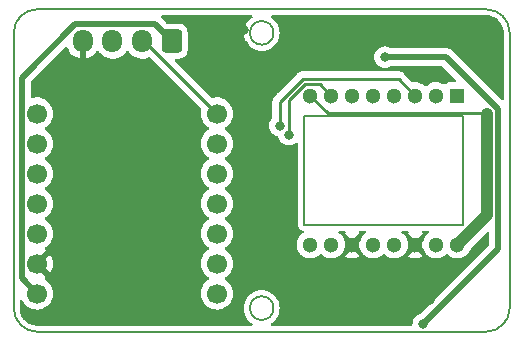
<source format=gbl>
G04 #@! TF.GenerationSoftware,KiCad,Pcbnew,(6.0.2)*
G04 #@! TF.CreationDate,2022-03-23T02:52:59+09:00*
G04 #@! TF.ProjectId,ADNS-9800,41444e53-2d39-4383-9030-2e6b69636164,rev?*
G04 #@! TF.SameCoordinates,Original*
G04 #@! TF.FileFunction,Copper,L2,Bot*
G04 #@! TF.FilePolarity,Positive*
%FSLAX46Y46*%
G04 Gerber Fmt 4.6, Leading zero omitted, Abs format (unit mm)*
G04 Created by KiCad (PCBNEW (6.0.2)) date 2022-03-23 02:52:59*
%MOMM*%
%LPD*%
G01*
G04 APERTURE LIST*
G04 Aperture macros list*
%AMRoundRect*
0 Rectangle with rounded corners*
0 $1 Rounding radius*
0 $2 $3 $4 $5 $6 $7 $8 $9 X,Y pos of 4 corners*
0 Add a 4 corners polygon primitive as box body*
4,1,4,$2,$3,$4,$5,$6,$7,$8,$9,$2,$3,0*
0 Add four circle primitives for the rounded corners*
1,1,$1+$1,$2,$3*
1,1,$1+$1,$4,$5*
1,1,$1+$1,$6,$7*
1,1,$1+$1,$8,$9*
0 Add four rect primitives between the rounded corners*
20,1,$1+$1,$2,$3,$4,$5,0*
20,1,$1+$1,$4,$5,$6,$7,0*
20,1,$1+$1,$6,$7,$8,$9,0*
20,1,$1+$1,$8,$9,$2,$3,0*%
G04 Aperture macros list end*
G04 #@! TA.AperFunction,Profile*
%ADD10C,0.200000*%
G04 #@! TD*
G04 #@! TA.AperFunction,Profile*
%ADD11C,0.127000*%
G04 #@! TD*
G04 #@! TA.AperFunction,ComponentPad*
%ADD12R,1.300000X1.300000*%
G04 #@! TD*
G04 #@! TA.AperFunction,ComponentPad*
%ADD13C,1.300000*%
G04 #@! TD*
G04 #@! TA.AperFunction,ComponentPad*
%ADD14RoundRect,0.250000X0.600000X0.725000X-0.600000X0.725000X-0.600000X-0.725000X0.600000X-0.725000X0*%
G04 #@! TD*
G04 #@! TA.AperFunction,ComponentPad*
%ADD15O,1.700000X1.950000*%
G04 #@! TD*
G04 #@! TA.AperFunction,ComponentPad*
%ADD16C,1.700000*%
G04 #@! TD*
G04 #@! TA.AperFunction,ViaPad*
%ADD17C,0.800000*%
G04 #@! TD*
G04 #@! TA.AperFunction,Conductor*
%ADD18C,0.250000*%
G04 #@! TD*
G04 #@! TA.AperFunction,Conductor*
%ADD19C,1.000000*%
G04 #@! TD*
G04 #@! TA.AperFunction,Conductor*
%ADD20C,0.500000*%
G04 #@! TD*
G04 APERTURE END LIST*
D10*
X183499999Y-68500000D02*
G75*
G03*
X181499999Y-66500000I-1999999J1D01*
G01*
X143500000Y-66500000D02*
X181499999Y-66500000D01*
X181499999Y-93800000D02*
X143500000Y-93800000D01*
X163499998Y-91800000D02*
G75*
G03*
X163499998Y-91800000I-999999J0D01*
G01*
X143500000Y-66500000D02*
G75*
G03*
X141500000Y-68500000I-1J-1999999D01*
G01*
X141500000Y-91800000D02*
X141500000Y-68500000D01*
X183499999Y-68500000D02*
X183499999Y-91800000D01*
X181499999Y-93800000D02*
G75*
G03*
X183499999Y-91800000I1J1999999D01*
G01*
X163499999Y-68500000D02*
G75*
G03*
X163499999Y-68500000I-999999J0D01*
G01*
X141500000Y-91800000D02*
G75*
G03*
X143500000Y-93800000I1999999J-1D01*
G01*
D11*
G04 #@! TO.C,U$1*
X179577500Y-75525000D02*
X166117500Y-75525000D01*
X166077500Y-84725000D02*
X179577500Y-84725000D01*
X179577500Y-84725000D02*
X179577500Y-75525000D01*
X166117500Y-75525000D02*
X166077500Y-84725000D01*
G04 #@! TD*
D12*
G04 #@! TO.P,U$1,P$1,1*
G04 #@! TO.N,Net-(C3-Pad2)*
X179077500Y-73825000D03*
D13*
G04 #@! TO.P,U$1,P$2,2*
G04 #@! TO.N,/LSR_NEN*
X177297500Y-73825000D03*
G04 #@! TO.P,U$1,P$3,3*
G04 #@! TO.N,/SS*
X175517500Y-73825000D03*
G04 #@! TO.P,U$1,P$4,4*
G04 #@! TO.N,/MISO*
X173737500Y-73825000D03*
G04 #@! TO.P,U$1,P$5,5*
G04 #@! TO.N,/SCLK*
X171957500Y-73825000D03*
G04 #@! TO.P,U$1,P$6,6*
G04 #@! TO.N,/MOSI*
X170177500Y-73825000D03*
G04 #@! TO.P,U$1,P$7,7*
G04 #@! TO.N,/MOTION*
X168397500Y-73825000D03*
G04 #@! TO.P,U$1,P$8,8*
G04 #@! TO.N,Net-(C3-Pad1)*
X166617500Y-73825000D03*
G04 #@! TO.P,U$1,P$9,9*
G04 #@! TO.N,+3V3*
X166617500Y-86425000D03*
G04 #@! TO.P,U$1,P$10,10*
X168397500Y-86425000D03*
G04 #@! TO.P,U$1,P$11,11*
G04 #@! TO.N,GND*
X170177500Y-86425000D03*
G04 #@! TO.P,U$1,P$12,12*
G04 #@! TO.N,+3V3*
X171957500Y-86425000D03*
G04 #@! TO.P,U$1,P$13,13*
G04 #@! TO.N,/REFA*
X173737500Y-86425000D03*
G04 #@! TO.P,U$1,P$14,14*
G04 #@! TO.N,GND*
X175517500Y-86425000D03*
G04 #@! TO.P,U$1,P$15,15*
G04 #@! TO.N,+3V3*
X177297500Y-86425000D03*
G04 #@! TO.P,U$1,P$16,16*
G04 #@! TO.N,Net-(C3-Pad1)*
X179077500Y-86425000D03*
G04 #@! TD*
D14*
G04 #@! TO.P,J1,1,Pin_1*
G04 #@! TO.N,+5V*
X154865000Y-69194000D03*
D15*
G04 #@! TO.P,J1,2,Pin_2*
G04 #@! TO.N,TX*
X152365000Y-69194000D03*
G04 #@! TO.P,J1,3,Pin_3*
G04 #@! TO.N,RX*
X149865000Y-69194000D03*
G04 #@! TO.P,J1,4,Pin_4*
G04 #@! TO.N,GND*
X147365000Y-69194000D03*
G04 #@! TD*
D16*
G04 #@! TO.P,U1,1,PA02_A0_D0*
G04 #@! TO.N,/MOTION*
X158711500Y-90567000D03*
G04 #@! TO.P,U1,2,PA4_A1_D1*
G04 #@! TO.N,unconnected-(U1-Pad2)*
X158711500Y-88027000D03*
G04 #@! TO.P,U1,3,PA10_A2_D2*
G04 #@! TO.N,unconnected-(U1-Pad3)*
X158711500Y-85487000D03*
G04 #@! TO.P,U1,4,PA11_A3_D3*
G04 #@! TO.N,/SS*
X158711500Y-82947000D03*
G04 #@! TO.P,U1,5,PA8_A4_D4_SDA*
G04 #@! TO.N,unconnected-(U1-Pad5)*
X158711500Y-80407000D03*
G04 #@! TO.P,U1,6,PA9_A5_D5_SCL*
G04 #@! TO.N,unconnected-(U1-Pad6)*
X158711500Y-77867000D03*
G04 #@! TO.P,U1,7,PB08_A6_D6_TX*
G04 #@! TO.N,TX*
X158711500Y-75327000D03*
G04 #@! TO.P,U1,8,PB09_A7_D7_RX*
G04 #@! TO.N,RX*
X143471500Y-75327000D03*
G04 #@! TO.P,U1,9,PA7_A8_D8_SCK*
G04 #@! TO.N,/SCLK*
X143471500Y-77867000D03*
G04 #@! TO.P,U1,10,PA5_A9_D9_MISO*
G04 #@! TO.N,/MISO*
X143471500Y-80407000D03*
G04 #@! TO.P,U1,11,PA6_A10_D10_MOSI*
G04 #@! TO.N,/MOSI*
X143471500Y-82947000D03*
G04 #@! TO.P,U1,12,3V3*
G04 #@! TO.N,+3V3*
X143471500Y-85487000D03*
G04 #@! TO.P,U1,13,GND*
G04 #@! TO.N,GND*
X143471500Y-88027000D03*
G04 #@! TO.P,U1,14,5V*
G04 #@! TO.N,+5V*
X143471500Y-90567000D03*
G04 #@! TD*
D17*
G04 #@! TO.N,/SS*
X164045499Y-76343000D03*
G04 #@! TO.N,/MOTION*
X164807499Y-77105000D03*
G04 #@! TO.N,GND*
X158457499Y-70755000D03*
X168617499Y-68215000D03*
X172173500Y-91075000D03*
X172935500Y-68977000D03*
X171157499Y-70755000D03*
X168617499Y-69485000D03*
X175240500Y-91075000D03*
X158457499Y-68215000D03*
X166077499Y-70755000D03*
X166077499Y-68215000D03*
X163537499Y-70755000D03*
X171157499Y-69485000D03*
X170668500Y-88535000D03*
X175240500Y-88535000D03*
X175602499Y-68977000D03*
X166077499Y-69485000D03*
X169125499Y-88535000D03*
X160997499Y-69485000D03*
X172173499Y-88535000D03*
X170668500Y-91075000D03*
X176694700Y-88535000D03*
X158457499Y-69485000D03*
X169125500Y-91075000D03*
X168617499Y-70755000D03*
X160997499Y-68215000D03*
X171157499Y-68215000D03*
X176745499Y-91075000D03*
X160997499Y-70755000D03*
G04 #@! TO.N,Net-(C3-Pad1)*
X181571000Y-75377800D03*
G04 #@! TO.N,+3V3*
X176176000Y-93168700D03*
X172935000Y-70551800D03*
G04 #@! TD*
D18*
G04 #@! TO.N,/SS*
X164299499Y-74058079D02*
X164298420Y-74058079D01*
X164298420Y-74058079D02*
X164045499Y-74311000D01*
X164045499Y-74311000D02*
X164045499Y-76343000D01*
X165964600Y-72392400D02*
X165964600Y-72392978D01*
X165964600Y-72392978D02*
X164299499Y-74058079D01*
X174084900Y-72392400D02*
X165964600Y-72392400D01*
X175517500Y-73825000D02*
X174084900Y-72392400D01*
G04 #@! TO.N,/MOTION*
X167415300Y-72842800D02*
X168397500Y-73825000D01*
X166151100Y-72842800D02*
X167415300Y-72842800D01*
X164799700Y-74194200D02*
X166151100Y-72842800D01*
X164799700Y-74194200D02*
X164799700Y-77097201D01*
X164799700Y-77097201D02*
X164807499Y-77105000D01*
G04 #@! TO.N,Net-(C3-Pad1)*
X168093000Y-75300500D02*
X181494000Y-75300500D01*
X179077500Y-86425000D02*
X179077300Y-86424800D01*
X181494000Y-75300500D02*
X181571000Y-75377800D01*
D19*
X181571000Y-83931000D02*
X181571000Y-75377800D01*
D18*
X179077300Y-86424800D02*
X179077300Y-86424700D01*
X166617300Y-73825200D02*
X168093000Y-75300500D01*
X166617500Y-73825000D02*
X166617300Y-73825200D01*
X166617000Y-73825000D02*
X166617300Y-73825200D01*
D19*
X179077300Y-86424700D02*
X181571000Y-83931000D01*
X179077000Y-86425000D02*
X179077300Y-86424700D01*
D18*
G04 #@! TO.N,TX*
X152365000Y-69194000D02*
X152578500Y-69194000D01*
X152578500Y-69194000D02*
X158711500Y-75327000D01*
D20*
G04 #@! TO.N,+5V*
X142171989Y-72308510D02*
X142171989Y-89267489D01*
X142171989Y-89267489D02*
X143471500Y-90567000D01*
X146711019Y-67769480D02*
X142171989Y-72308510D01*
X153440480Y-67769480D02*
X146711019Y-67769480D01*
X154865000Y-69194000D02*
X153440480Y-67769480D01*
G04 #@! TO.N,+3V3*
X182521000Y-86823500D02*
X176176000Y-93168700D01*
X182521000Y-74984500D02*
X182521000Y-86823500D01*
X178088000Y-70551800D02*
X182521000Y-74984500D01*
X172935000Y-70551800D02*
X178088000Y-70551800D01*
G04 #@! TD*
G04 #@! TA.AperFunction,Conductor*
G04 #@! TO.N,GND*
G36*
X161669952Y-67028002D02*
G01*
X161716445Y-67081658D01*
X161726549Y-67151932D01*
X161697055Y-67216512D01*
X161667666Y-67241432D01*
X161663600Y-67243924D01*
X161610880Y-67276231D01*
X161430386Y-67430386D01*
X161276231Y-67610880D01*
X161152208Y-67813266D01*
X161150315Y-67817836D01*
X161150314Y-67817838D01*
X161079218Y-67989479D01*
X161061373Y-68032562D01*
X161052094Y-68071212D01*
X161007116Y-68258555D01*
X161007115Y-68258561D01*
X161005961Y-68263368D01*
X160987811Y-68493989D01*
X160987338Y-68500000D01*
X161005961Y-68736632D01*
X161007115Y-68741439D01*
X161007116Y-68741445D01*
X161037205Y-68866773D01*
X161061373Y-68967438D01*
X161063266Y-68972009D01*
X161063267Y-68972011D01*
X161102199Y-69066000D01*
X161152208Y-69186734D01*
X161276231Y-69389120D01*
X161430386Y-69569614D01*
X161610880Y-69723769D01*
X161615102Y-69726356D01*
X161615103Y-69726357D01*
X161697051Y-69776575D01*
X161813266Y-69847792D01*
X161817836Y-69849685D01*
X161817838Y-69849686D01*
X161990506Y-69921207D01*
X162032562Y-69938627D01*
X162113661Y-69958097D01*
X162258555Y-69992884D01*
X162258561Y-69992885D01*
X162263368Y-69994039D01*
X162500000Y-70012662D01*
X162736632Y-69994039D01*
X162741439Y-69992885D01*
X162741445Y-69992884D01*
X162886339Y-69958097D01*
X162967438Y-69938627D01*
X163009494Y-69921207D01*
X163182162Y-69849686D01*
X163182164Y-69849685D01*
X163186734Y-69847792D01*
X163302949Y-69776575D01*
X163384897Y-69726357D01*
X163384898Y-69726356D01*
X163389120Y-69723769D01*
X163569614Y-69569614D01*
X163723769Y-69389120D01*
X163847792Y-69186734D01*
X163897802Y-69066000D01*
X163936733Y-68972011D01*
X163936734Y-68972009D01*
X163938627Y-68967438D01*
X163962795Y-68866773D01*
X163992884Y-68741445D01*
X163992885Y-68741439D01*
X163994039Y-68736632D01*
X164012662Y-68500000D01*
X163994039Y-68263368D01*
X163992885Y-68258561D01*
X163992884Y-68258555D01*
X163947906Y-68071212D01*
X163938627Y-68032562D01*
X163920782Y-67989479D01*
X163849686Y-67817838D01*
X163849685Y-67817836D01*
X163847792Y-67813266D01*
X163723769Y-67610880D01*
X163569614Y-67430386D01*
X163389120Y-67276231D01*
X163336400Y-67243924D01*
X163332334Y-67241432D01*
X163284702Y-67188784D01*
X163273096Y-67118743D01*
X163301200Y-67053545D01*
X163360090Y-67013892D01*
X163398169Y-67008000D01*
X181450671Y-67008000D01*
X181470055Y-67009500D01*
X181472283Y-67009847D01*
X181484858Y-67011805D01*
X181484860Y-67011805D01*
X181493729Y-67013186D01*
X181502631Y-67012022D01*
X181502633Y-67012022D01*
X181508958Y-67011195D01*
X181534281Y-67010452D01*
X181698125Y-67022170D01*
X181703342Y-67022543D01*
X181721136Y-67025101D01*
X181911539Y-67066521D01*
X181928787Y-67071586D01*
X182111357Y-67139682D01*
X182127709Y-67147149D01*
X182170796Y-67170676D01*
X182298733Y-67240534D01*
X182313847Y-67250248D01*
X182354352Y-67280569D01*
X182469841Y-67367023D01*
X182483427Y-67378796D01*
X182621203Y-67516572D01*
X182632976Y-67530158D01*
X182749751Y-67686152D01*
X182759465Y-67701266D01*
X182799498Y-67774581D01*
X182852850Y-67872290D01*
X182860317Y-67888642D01*
X182928413Y-68071212D01*
X182933478Y-68088460D01*
X182945790Y-68145054D01*
X182974898Y-68278863D01*
X182977456Y-68296658D01*
X182989040Y-68458629D01*
X182988296Y-68476533D01*
X182988194Y-68484858D01*
X182986813Y-68493730D01*
X182987977Y-68502632D01*
X182987977Y-68502635D01*
X182990935Y-68525251D01*
X182991999Y-68541589D01*
X182991999Y-74078647D01*
X182971997Y-74146768D01*
X182918341Y-74193261D01*
X182848067Y-74203365D01*
X182783487Y-74173871D01*
X182776907Y-74167745D01*
X182749849Y-74140688D01*
X180602917Y-71993902D01*
X178671763Y-70062879D01*
X178659375Y-70048466D01*
X178650845Y-70036875D01*
X178650844Y-70036874D01*
X178646508Y-70030982D01*
X178606209Y-69996746D01*
X178598693Y-69989815D01*
X178593001Y-69984123D01*
X178570694Y-69966475D01*
X178567352Y-69963734D01*
X178517296Y-69921207D01*
X178517288Y-69921202D01*
X178511715Y-69916467D01*
X178505199Y-69913140D01*
X178500153Y-69909775D01*
X178495003Y-69906594D01*
X178489262Y-69902052D01*
X178482633Y-69898954D01*
X178482628Y-69898951D01*
X178423117Y-69871141D01*
X178419191Y-69869222D01*
X178354192Y-69836031D01*
X178347078Y-69834290D01*
X178341418Y-69832185D01*
X178335655Y-69830268D01*
X178329025Y-69827170D01*
X178321859Y-69825680D01*
X178321857Y-69825679D01*
X178257597Y-69812315D01*
X178253304Y-69811344D01*
X178240244Y-69808148D01*
X178182390Y-69793992D01*
X178176788Y-69793644D01*
X178176785Y-69793644D01*
X178171236Y-69793300D01*
X178171238Y-69793264D01*
X178167255Y-69793025D01*
X178163026Y-69792648D01*
X178155859Y-69791157D01*
X178148546Y-69791355D01*
X178148544Y-69791355D01*
X178078456Y-69793254D01*
X178075044Y-69793300D01*
X173477587Y-69793300D01*
X173403528Y-69769237D01*
X173397098Y-69764565D01*
X173397091Y-69764561D01*
X173391752Y-69760682D01*
X173385724Y-69757998D01*
X173385722Y-69757997D01*
X173223319Y-69685691D01*
X173223318Y-69685691D01*
X173217288Y-69683006D01*
X173117899Y-69661880D01*
X173036944Y-69644672D01*
X173036939Y-69644672D01*
X173030487Y-69643300D01*
X172839513Y-69643300D01*
X172833061Y-69644672D01*
X172833056Y-69644672D01*
X172752101Y-69661880D01*
X172652712Y-69683006D01*
X172646682Y-69685691D01*
X172646681Y-69685691D01*
X172484278Y-69757997D01*
X172484276Y-69757998D01*
X172478248Y-69760682D01*
X172472907Y-69764562D01*
X172472906Y-69764563D01*
X172466473Y-69769237D01*
X172323747Y-69872934D01*
X172319326Y-69877844D01*
X172319325Y-69877845D01*
X172215744Y-69992884D01*
X172195960Y-70014856D01*
X172100473Y-70180244D01*
X172041458Y-70361872D01*
X172040768Y-70368433D01*
X172040768Y-70368435D01*
X172035283Y-70420623D01*
X172021496Y-70551800D01*
X172022186Y-70558365D01*
X172035065Y-70680898D01*
X172041458Y-70741728D01*
X172100473Y-70923356D01*
X172195960Y-71088744D01*
X172323747Y-71230666D01*
X172422843Y-71302664D01*
X172472904Y-71339035D01*
X172478248Y-71342918D01*
X172484276Y-71345602D01*
X172484278Y-71345603D01*
X172606048Y-71399818D01*
X172652712Y-71420594D01*
X172746113Y-71440447D01*
X172833056Y-71458928D01*
X172833061Y-71458928D01*
X172839513Y-71460300D01*
X173030487Y-71460300D01*
X173036939Y-71458928D01*
X173036944Y-71458928D01*
X173123887Y-71440447D01*
X173217288Y-71420594D01*
X173263952Y-71399818D01*
X173385722Y-71345603D01*
X173385724Y-71345602D01*
X173391752Y-71342918D01*
X173397091Y-71339039D01*
X173397098Y-71339035D01*
X173403528Y-71334363D01*
X173477587Y-71310300D01*
X177721647Y-71310300D01*
X177789768Y-71330302D01*
X177810736Y-71347200D01*
X178318772Y-71855201D01*
X178915013Y-72451402D01*
X178949041Y-72513713D01*
X178943978Y-72584529D01*
X178901433Y-72641366D01*
X178834914Y-72666179D01*
X178825921Y-72666500D01*
X178379366Y-72666500D01*
X178317184Y-72673255D01*
X178180795Y-72724385D01*
X178064239Y-72811739D01*
X178058858Y-72818919D01*
X178058591Y-72819186D01*
X177996279Y-72853212D01*
X177925464Y-72848147D01*
X177902260Y-72836652D01*
X177830589Y-72791430D01*
X177830580Y-72791425D01*
X177825701Y-72788347D01*
X177627941Y-72709449D01*
X177622281Y-72708323D01*
X177622277Y-72708322D01*
X177424782Y-72669038D01*
X177424780Y-72669038D01*
X177419115Y-72667911D01*
X177413340Y-72667835D01*
X177413336Y-72667835D01*
X177306661Y-72666439D01*
X177206216Y-72665124D01*
X177200519Y-72666103D01*
X177200518Y-72666103D01*
X177002064Y-72700203D01*
X177002061Y-72700204D01*
X176996374Y-72701181D01*
X176796616Y-72774875D01*
X176613634Y-72883739D01*
X176489776Y-72992360D01*
X176425375Y-73022235D01*
X176355042Y-73012549D01*
X176321176Y-72990154D01*
X176225771Y-72901963D01*
X176045701Y-72788347D01*
X175847941Y-72709449D01*
X175842281Y-72708323D01*
X175842277Y-72708322D01*
X175644782Y-72669038D01*
X175644780Y-72669038D01*
X175639115Y-72667911D01*
X175633340Y-72667835D01*
X175633336Y-72667835D01*
X175526661Y-72666439D01*
X175426216Y-72665124D01*
X175420519Y-72666103D01*
X175420518Y-72666103D01*
X175343150Y-72679397D01*
X175272625Y-72671220D01*
X175232717Y-72644312D01*
X174588552Y-72000147D01*
X174581012Y-71991861D01*
X174576900Y-71985382D01*
X174527248Y-71938756D01*
X174524407Y-71936002D01*
X174504670Y-71916265D01*
X174501473Y-71913785D01*
X174492451Y-71906080D01*
X174460221Y-71875814D01*
X174453275Y-71871995D01*
X174453272Y-71871993D01*
X174442466Y-71866052D01*
X174425947Y-71855201D01*
X174425483Y-71854841D01*
X174409941Y-71842786D01*
X174402672Y-71839641D01*
X174402668Y-71839638D01*
X174369363Y-71825226D01*
X174358713Y-71820009D01*
X174319960Y-71798705D01*
X174300337Y-71793667D01*
X174281634Y-71787263D01*
X174270320Y-71782367D01*
X174270319Y-71782367D01*
X174263045Y-71779219D01*
X174255222Y-71777980D01*
X174255212Y-71777977D01*
X174219376Y-71772301D01*
X174207756Y-71769895D01*
X174172611Y-71760872D01*
X174172610Y-71760872D01*
X174164930Y-71758900D01*
X174144676Y-71758900D01*
X174124965Y-71757349D01*
X174124511Y-71757277D01*
X174104957Y-71754180D01*
X174060950Y-71758340D01*
X174060939Y-71758341D01*
X174049081Y-71758900D01*
X166037250Y-71758900D01*
X166030533Y-71758583D01*
X166024691Y-71757277D01*
X166018677Y-71757466D01*
X166012809Y-71756631D01*
X166012481Y-71756610D01*
X166004694Y-71755125D01*
X165953592Y-71758340D01*
X165948649Y-71758651D01*
X165940738Y-71758900D01*
X165924744Y-71758900D01*
X165920821Y-71759396D01*
X165920815Y-71759396D01*
X165914642Y-71760176D01*
X165902815Y-71761107D01*
X165876734Y-71761927D01*
X165864710Y-71762305D01*
X165858960Y-71763976D01*
X165853217Y-71764610D01*
X165852863Y-71764677D01*
X165844950Y-71765175D01*
X165837411Y-71767624D01*
X165837408Y-71767625D01*
X165837113Y-71767721D01*
X165813969Y-71772894D01*
X165813665Y-71772932D01*
X165813660Y-71772933D01*
X165805803Y-71773926D01*
X165798438Y-71776842D01*
X165798434Y-71776843D01*
X165759207Y-71792374D01*
X165747980Y-71796218D01*
X165711006Y-71806960D01*
X165705779Y-71810051D01*
X165700821Y-71811925D01*
X165700269Y-71812185D01*
X165692725Y-71814636D01*
X165686029Y-71818886D01*
X165686028Y-71818886D01*
X165685769Y-71819050D01*
X165664642Y-71829815D01*
X165664356Y-71829928D01*
X165664350Y-71829931D01*
X165656983Y-71832848D01*
X165626217Y-71855201D01*
X165616944Y-71861938D01*
X165607022Y-71868455D01*
X165601040Y-71871993D01*
X165573237Y-71888436D01*
X165568817Y-71892856D01*
X165565108Y-71895463D01*
X165564273Y-71896153D01*
X165557582Y-71900400D01*
X165552156Y-71906178D01*
X165551941Y-71906407D01*
X165534154Y-71922088D01*
X165533909Y-71922266D01*
X165533907Y-71922268D01*
X165527493Y-71926928D01*
X165496544Y-71964339D01*
X165488554Y-71973119D01*
X163911868Y-73549805D01*
X163908813Y-73552498D01*
X163907057Y-73553537D01*
X163892733Y-73567861D01*
X163877701Y-73580700D01*
X163861313Y-73592607D01*
X163833132Y-73626672D01*
X163825142Y-73635452D01*
X163653246Y-73807348D01*
X163644960Y-73814888D01*
X163638481Y-73819000D01*
X163633056Y-73824777D01*
X163591856Y-73868651D01*
X163589101Y-73871493D01*
X163569364Y-73891230D01*
X163566884Y-73894427D01*
X163559181Y-73903447D01*
X163528913Y-73935679D01*
X163525094Y-73942625D01*
X163525092Y-73942628D01*
X163519151Y-73953434D01*
X163508300Y-73969953D01*
X163495885Y-73985959D01*
X163492740Y-73993228D01*
X163492737Y-73993232D01*
X163478325Y-74026537D01*
X163473108Y-74037187D01*
X163451804Y-74075940D01*
X163449833Y-74083615D01*
X163449833Y-74083616D01*
X163446766Y-74095562D01*
X163440362Y-74114266D01*
X163432318Y-74132855D01*
X163431079Y-74140678D01*
X163431076Y-74140688D01*
X163425400Y-74176524D01*
X163422994Y-74188144D01*
X163419086Y-74203365D01*
X163411999Y-74230970D01*
X163411999Y-74251224D01*
X163410448Y-74270934D01*
X163407279Y-74290943D01*
X163408025Y-74298835D01*
X163411440Y-74334961D01*
X163411999Y-74346819D01*
X163411999Y-75640476D01*
X163391997Y-75708597D01*
X163379641Y-75724779D01*
X163306459Y-75806056D01*
X163248185Y-75906990D01*
X163225651Y-75946020D01*
X163210972Y-75971444D01*
X163151957Y-76153072D01*
X163131995Y-76343000D01*
X163132685Y-76349565D01*
X163150863Y-76522516D01*
X163151957Y-76532928D01*
X163210972Y-76714556D01*
X163306459Y-76879944D01*
X163434246Y-77021866D01*
X163588747Y-77134118D01*
X163594775Y-77136802D01*
X163594777Y-77136803D01*
X163712915Y-77189401D01*
X163763211Y-77211794D01*
X163824970Y-77224921D01*
X163887442Y-77258649D01*
X163918604Y-77309231D01*
X163972972Y-77476556D01*
X164068459Y-77641944D01*
X164196246Y-77783866D01*
X164350747Y-77896118D01*
X164356775Y-77898802D01*
X164356777Y-77898803D01*
X164442363Y-77936908D01*
X164525211Y-77973794D01*
X164618612Y-77993647D01*
X164705555Y-78012128D01*
X164705560Y-78012128D01*
X164712012Y-78013500D01*
X164902986Y-78013500D01*
X164909438Y-78012128D01*
X164909443Y-78012128D01*
X164996386Y-77993647D01*
X165089787Y-77973794D01*
X165172635Y-77936908D01*
X165258221Y-77898803D01*
X165258223Y-77898802D01*
X165264251Y-77896118D01*
X165399108Y-77798138D01*
X165465973Y-77774281D01*
X165535125Y-77790361D01*
X165584605Y-77841274D01*
X165599166Y-77900623D01*
X165575023Y-83453453D01*
X165569607Y-84699198D01*
X165569024Y-84794652D01*
X165576759Y-84821715D01*
X165580413Y-84839017D01*
X165584283Y-84866902D01*
X165587961Y-84875086D01*
X165587963Y-84875092D01*
X165595363Y-84891555D01*
X165601584Y-84908576D01*
X165609012Y-84934565D01*
X165624029Y-84958365D01*
X165632393Y-84973948D01*
X165640254Y-84991438D01*
X165643935Y-84999628D01*
X165649763Y-85006451D01*
X165649764Y-85006453D01*
X165661487Y-85020178D01*
X165672239Y-85034775D01*
X165686660Y-85057631D01*
X165693389Y-85063574D01*
X165707760Y-85076266D01*
X165720160Y-85088873D01*
X165738441Y-85110276D01*
X165745951Y-85115190D01*
X165745954Y-85115193D01*
X165761055Y-85125075D01*
X165775466Y-85136062D01*
X165795728Y-85153956D01*
X165821203Y-85165916D01*
X165836645Y-85174538D01*
X165852685Y-85185035D01*
X165852694Y-85185039D01*
X165860203Y-85189953D01*
X165868794Y-85192563D01*
X165868796Y-85192564D01*
X165886061Y-85197809D01*
X165902983Y-85204312D01*
X165927448Y-85215799D01*
X165936318Y-85217180D01*
X165936321Y-85217181D01*
X165943491Y-85218298D01*
X166007723Y-85248543D01*
X166045406Y-85308714D01*
X166044576Y-85379706D01*
X166005497Y-85438979D01*
X165988525Y-85451082D01*
X165938603Y-85480782D01*
X165938597Y-85480786D01*
X165933634Y-85483739D01*
X165773554Y-85624125D01*
X165641738Y-85791333D01*
X165639049Y-85796444D01*
X165639047Y-85796447D01*
X165590039Y-85889596D01*
X165542600Y-85979762D01*
X165540886Y-85985283D01*
X165540884Y-85985287D01*
X165504763Y-86101616D01*
X165479461Y-86183102D01*
X165454436Y-86394544D01*
X165468361Y-86607006D01*
X165469782Y-86612602D01*
X165469783Y-86612607D01*
X165506953Y-86758961D01*
X165520772Y-86813372D01*
X165523189Y-86818615D01*
X165561420Y-86901544D01*
X165609911Y-87006731D01*
X165732796Y-87180609D01*
X165736930Y-87184636D01*
X165823527Y-87268995D01*
X165885309Y-87329181D01*
X165890105Y-87332386D01*
X165890108Y-87332388D01*
X165977825Y-87390998D01*
X166062343Y-87447471D01*
X166067646Y-87449749D01*
X166067649Y-87449751D01*
X166160708Y-87489732D01*
X166257970Y-87531519D01*
X166333816Y-87548681D01*
X166460001Y-87577234D01*
X166460006Y-87577235D01*
X166465638Y-87578509D01*
X166471409Y-87578736D01*
X166471411Y-87578736D01*
X166532752Y-87581146D01*
X166678391Y-87586869D01*
X166684100Y-87586041D01*
X166684104Y-87586041D01*
X166883390Y-87557145D01*
X166883394Y-87557144D01*
X166889105Y-87556316D01*
X167090723Y-87487876D01*
X167276493Y-87383840D01*
X167429282Y-87256768D01*
X167494446Y-87228588D01*
X167564501Y-87240112D01*
X167597771Y-87263389D01*
X167665309Y-87329181D01*
X167670105Y-87332386D01*
X167670108Y-87332388D01*
X167757825Y-87390998D01*
X167842343Y-87447471D01*
X167847646Y-87449749D01*
X167847649Y-87449751D01*
X167940708Y-87489732D01*
X168037970Y-87531519D01*
X168113816Y-87548681D01*
X168240001Y-87577234D01*
X168240006Y-87577235D01*
X168245638Y-87578509D01*
X168251409Y-87578736D01*
X168251411Y-87578736D01*
X168312752Y-87581146D01*
X168458391Y-87586869D01*
X168464100Y-87586041D01*
X168464104Y-87586041D01*
X168663390Y-87557145D01*
X168663394Y-87557144D01*
X168669105Y-87556316D01*
X168870723Y-87487876D01*
X169023452Y-87402344D01*
X169564516Y-87402344D01*
X169574398Y-87414834D01*
X169617779Y-87443820D01*
X169627889Y-87449310D01*
X169812818Y-87528762D01*
X169823761Y-87532317D01*
X170020067Y-87576737D01*
X170031475Y-87578239D01*
X170232596Y-87586140D01*
X170244080Y-87585538D01*
X170443274Y-87556657D01*
X170454457Y-87553972D01*
X170645047Y-87489276D01*
X170655560Y-87484595D01*
X170782266Y-87413635D01*
X170792131Y-87403557D01*
X170789175Y-87395885D01*
X170190312Y-86797022D01*
X170176368Y-86789408D01*
X170174535Y-86789539D01*
X170167920Y-86793790D01*
X169570712Y-87390998D01*
X169564516Y-87402344D01*
X169023452Y-87402344D01*
X169056493Y-87383840D01*
X169220193Y-87247693D01*
X169356340Y-87083993D01*
X169460376Y-86898223D01*
X169504616Y-86767897D01*
X169510190Y-86751476D01*
X169540408Y-86702882D01*
X169805478Y-86437812D01*
X169813092Y-86423868D01*
X169812961Y-86422035D01*
X169808710Y-86415420D01*
X169539282Y-86145992D01*
X169507108Y-86091099D01*
X169485254Y-86013611D01*
X169485253Y-86013609D01*
X169483686Y-86008052D01*
X169474198Y-85988811D01*
X169392070Y-85822273D01*
X169389515Y-85817092D01*
X169361835Y-85780023D01*
X169265574Y-85651114D01*
X169262122Y-85646491D01*
X169105771Y-85501963D01*
X169048079Y-85465562D01*
X169001141Y-85412295D01*
X168990452Y-85342108D01*
X169019407Y-85277284D01*
X169078811Y-85238404D01*
X169115315Y-85233000D01*
X169473759Y-85233000D01*
X169541880Y-85253002D01*
X169588373Y-85306658D01*
X169598477Y-85376932D01*
X169566080Y-85444749D01*
X169563807Y-85447196D01*
X169567293Y-85455583D01*
X170164688Y-86052978D01*
X170178632Y-86060592D01*
X170180465Y-86060461D01*
X170187080Y-86056210D01*
X170784033Y-85459257D01*
X170790793Y-85446878D01*
X170781534Y-85434510D01*
X170756723Y-85367990D01*
X170771814Y-85298615D01*
X170822016Y-85248413D01*
X170882402Y-85233000D01*
X171236867Y-85233000D01*
X171304988Y-85253002D01*
X171351481Y-85306658D01*
X171361585Y-85376932D01*
X171332091Y-85441512D01*
X171301292Y-85467284D01*
X171273634Y-85483739D01*
X171113554Y-85624125D01*
X170981738Y-85791333D01*
X170979049Y-85796444D01*
X170979047Y-85796447D01*
X170930039Y-85889596D01*
X170882600Y-85979762D01*
X170873816Y-86008052D01*
X170847088Y-86094129D01*
X170815851Y-86145859D01*
X170549522Y-86412188D01*
X170541908Y-86426132D01*
X170542039Y-86427965D01*
X170546290Y-86434580D01*
X170814379Y-86702669D01*
X170847407Y-86760748D01*
X170860772Y-86813372D01*
X170863189Y-86818615D01*
X170901420Y-86901544D01*
X170949911Y-87006731D01*
X171072796Y-87180609D01*
X171076930Y-87184636D01*
X171163527Y-87268995D01*
X171225309Y-87329181D01*
X171230105Y-87332386D01*
X171230108Y-87332388D01*
X171317825Y-87390998D01*
X171402343Y-87447471D01*
X171407646Y-87449749D01*
X171407649Y-87449751D01*
X171500708Y-87489732D01*
X171597970Y-87531519D01*
X171673816Y-87548681D01*
X171800001Y-87577234D01*
X171800006Y-87577235D01*
X171805638Y-87578509D01*
X171811409Y-87578736D01*
X171811411Y-87578736D01*
X171872752Y-87581146D01*
X172018391Y-87586869D01*
X172024100Y-87586041D01*
X172024104Y-87586041D01*
X172223390Y-87557145D01*
X172223394Y-87557144D01*
X172229105Y-87556316D01*
X172430723Y-87487876D01*
X172616493Y-87383840D01*
X172769282Y-87256768D01*
X172834446Y-87228588D01*
X172904501Y-87240112D01*
X172937771Y-87263389D01*
X173005309Y-87329181D01*
X173010105Y-87332386D01*
X173010108Y-87332388D01*
X173097825Y-87390998D01*
X173182343Y-87447471D01*
X173187646Y-87449749D01*
X173187649Y-87449751D01*
X173280708Y-87489732D01*
X173377970Y-87531519D01*
X173453816Y-87548681D01*
X173580001Y-87577234D01*
X173580006Y-87577235D01*
X173585638Y-87578509D01*
X173591409Y-87578736D01*
X173591411Y-87578736D01*
X173652752Y-87581146D01*
X173798391Y-87586869D01*
X173804100Y-87586041D01*
X173804104Y-87586041D01*
X174003390Y-87557145D01*
X174003394Y-87557144D01*
X174009105Y-87556316D01*
X174210723Y-87487876D01*
X174363452Y-87402344D01*
X174904516Y-87402344D01*
X174914398Y-87414834D01*
X174957779Y-87443820D01*
X174967889Y-87449310D01*
X175152818Y-87528762D01*
X175163761Y-87532317D01*
X175360067Y-87576737D01*
X175371475Y-87578239D01*
X175572596Y-87586140D01*
X175584080Y-87585538D01*
X175783274Y-87556657D01*
X175794457Y-87553972D01*
X175985047Y-87489276D01*
X175995560Y-87484595D01*
X176122266Y-87413635D01*
X176132131Y-87403557D01*
X176129175Y-87395885D01*
X175530312Y-86797022D01*
X175516368Y-86789408D01*
X175514535Y-86789539D01*
X175507920Y-86793790D01*
X174910712Y-87390998D01*
X174904516Y-87402344D01*
X174363452Y-87402344D01*
X174396493Y-87383840D01*
X174560193Y-87247693D01*
X174696340Y-87083993D01*
X174800376Y-86898223D01*
X174844616Y-86767897D01*
X174850190Y-86751476D01*
X174880408Y-86702882D01*
X175145478Y-86437812D01*
X175153092Y-86423868D01*
X175152961Y-86422035D01*
X175148710Y-86415420D01*
X174879282Y-86145992D01*
X174847108Y-86091099D01*
X174825254Y-86013611D01*
X174825253Y-86013609D01*
X174823686Y-86008052D01*
X174814198Y-85988811D01*
X174732070Y-85822273D01*
X174729515Y-85817092D01*
X174701835Y-85780023D01*
X174605574Y-85651114D01*
X174602122Y-85646491D01*
X174445771Y-85501963D01*
X174388079Y-85465562D01*
X174341141Y-85412295D01*
X174330452Y-85342108D01*
X174359407Y-85277284D01*
X174418811Y-85238404D01*
X174455315Y-85233000D01*
X174813759Y-85233000D01*
X174881880Y-85253002D01*
X174928373Y-85306658D01*
X174938477Y-85376932D01*
X174906080Y-85444749D01*
X174903807Y-85447196D01*
X174907293Y-85455583D01*
X175504688Y-86052978D01*
X175518632Y-86060592D01*
X175520465Y-86060461D01*
X175527080Y-86056210D01*
X176124033Y-85459257D01*
X176130793Y-85446878D01*
X176121534Y-85434510D01*
X176096723Y-85367990D01*
X176111814Y-85298615D01*
X176162016Y-85248413D01*
X176222402Y-85233000D01*
X176576867Y-85233000D01*
X176644988Y-85253002D01*
X176691481Y-85306658D01*
X176701585Y-85376932D01*
X176672091Y-85441512D01*
X176641292Y-85467284D01*
X176613634Y-85483739D01*
X176453554Y-85624125D01*
X176321738Y-85791333D01*
X176319049Y-85796444D01*
X176319047Y-85796447D01*
X176270039Y-85889596D01*
X176222600Y-85979762D01*
X176213816Y-86008052D01*
X176187088Y-86094129D01*
X176155851Y-86145859D01*
X175889522Y-86412188D01*
X175881908Y-86426132D01*
X175882039Y-86427965D01*
X175886290Y-86434580D01*
X176154379Y-86702669D01*
X176187407Y-86760748D01*
X176200772Y-86813372D01*
X176203189Y-86818615D01*
X176241420Y-86901544D01*
X176289911Y-87006731D01*
X176412796Y-87180609D01*
X176416930Y-87184636D01*
X176503527Y-87268995D01*
X176565309Y-87329181D01*
X176570105Y-87332386D01*
X176570108Y-87332388D01*
X176657825Y-87390998D01*
X176742343Y-87447471D01*
X176747646Y-87449749D01*
X176747649Y-87449751D01*
X176840708Y-87489732D01*
X176937970Y-87531519D01*
X177013816Y-87548681D01*
X177140001Y-87577234D01*
X177140006Y-87577235D01*
X177145638Y-87578509D01*
X177151409Y-87578736D01*
X177151411Y-87578736D01*
X177212752Y-87581146D01*
X177358391Y-87586869D01*
X177364100Y-87586041D01*
X177364104Y-87586041D01*
X177563390Y-87557145D01*
X177563394Y-87557144D01*
X177569105Y-87556316D01*
X177770723Y-87487876D01*
X177956493Y-87383840D01*
X178109282Y-87256768D01*
X178174446Y-87228588D01*
X178244501Y-87240112D01*
X178277771Y-87263389D01*
X178345309Y-87329181D01*
X178350105Y-87332386D01*
X178350108Y-87332388D01*
X178437825Y-87390998D01*
X178522343Y-87447471D01*
X178527646Y-87449749D01*
X178527649Y-87449751D01*
X178620708Y-87489732D01*
X178717970Y-87531519D01*
X178793816Y-87548681D01*
X178920001Y-87577234D01*
X178920006Y-87577235D01*
X178925638Y-87578509D01*
X178931409Y-87578736D01*
X178931411Y-87578736D01*
X178992752Y-87581146D01*
X179138391Y-87586869D01*
X179144100Y-87586041D01*
X179144104Y-87586041D01*
X179343390Y-87557145D01*
X179343394Y-87557144D01*
X179349105Y-87556316D01*
X179550723Y-87487876D01*
X179736493Y-87383840D01*
X179900193Y-87247693D01*
X180036340Y-87083993D01*
X180140376Y-86898223D01*
X180187649Y-86758961D01*
X180217867Y-86710368D01*
X180875257Y-86052978D01*
X181547405Y-85380829D01*
X181609717Y-85346804D01*
X181680532Y-85351868D01*
X181737368Y-85394415D01*
X181762179Y-85460935D01*
X181762500Y-85469924D01*
X181762500Y-86457137D01*
X181742498Y-86525258D01*
X181725597Y-86546231D01*
X176019654Y-92252353D01*
X175956754Y-92286506D01*
X175893712Y-92299906D01*
X175887682Y-92302591D01*
X175887681Y-92302591D01*
X175725278Y-92374897D01*
X175725276Y-92374898D01*
X175719248Y-92377582D01*
X175713907Y-92381462D01*
X175713906Y-92381463D01*
X175663843Y-92417836D01*
X175564747Y-92489834D01*
X175560326Y-92494744D01*
X175560325Y-92494745D01*
X175466698Y-92598729D01*
X175436960Y-92631756D01*
X175433659Y-92637474D01*
X175353073Y-92777053D01*
X175341473Y-92797144D01*
X175282458Y-92978772D01*
X175281768Y-92985333D01*
X175281768Y-92985335D01*
X175272144Y-93076906D01*
X175262496Y-93168700D01*
X175262396Y-93168690D01*
X175243184Y-93234121D01*
X175189528Y-93280614D01*
X175137186Y-93292000D01*
X163398168Y-93292000D01*
X163330047Y-93271998D01*
X163283554Y-93218342D01*
X163273450Y-93148068D01*
X163302944Y-93083488D01*
X163332333Y-93058568D01*
X163352339Y-93046308D01*
X163389119Y-93023769D01*
X163569613Y-92869614D01*
X163723768Y-92689120D01*
X163847791Y-92486734D01*
X163872240Y-92427710D01*
X163936732Y-92272011D01*
X163936733Y-92272009D01*
X163938626Y-92267438D01*
X163962794Y-92166773D01*
X163992883Y-92041445D01*
X163992884Y-92041439D01*
X163994038Y-92036632D01*
X164012661Y-91800000D01*
X163994038Y-91563368D01*
X163992884Y-91558561D01*
X163992883Y-91558555D01*
X163947059Y-91367689D01*
X163938626Y-91332562D01*
X163930338Y-91312553D01*
X163849685Y-91117838D01*
X163849684Y-91117836D01*
X163847791Y-91113266D01*
X163723768Y-90910880D01*
X163569613Y-90730386D01*
X163389119Y-90576231D01*
X163374056Y-90567000D01*
X163190956Y-90454796D01*
X163186733Y-90452208D01*
X163182163Y-90450315D01*
X163182161Y-90450314D01*
X162972010Y-90363267D01*
X162972008Y-90363266D01*
X162967437Y-90361373D01*
X162875672Y-90339342D01*
X162741444Y-90307116D01*
X162741438Y-90307115D01*
X162736631Y-90305961D01*
X162499999Y-90287338D01*
X162263367Y-90305961D01*
X162258560Y-90307115D01*
X162258554Y-90307116D01*
X162124326Y-90339342D01*
X162032561Y-90361373D01*
X162027990Y-90363266D01*
X162027988Y-90363267D01*
X161817837Y-90450314D01*
X161817835Y-90450315D01*
X161813265Y-90452208D01*
X161809042Y-90454796D01*
X161625943Y-90567000D01*
X161610879Y-90576231D01*
X161430385Y-90730386D01*
X161276230Y-90910880D01*
X161152207Y-91113266D01*
X161150314Y-91117836D01*
X161150313Y-91117838D01*
X161069660Y-91312553D01*
X161061372Y-91332562D01*
X161052939Y-91367689D01*
X161007115Y-91558555D01*
X161007114Y-91558561D01*
X161005960Y-91563368D01*
X160987810Y-91793989D01*
X160987337Y-91800000D01*
X161005960Y-92036632D01*
X161007114Y-92041439D01*
X161007115Y-92041445D01*
X161037204Y-92166773D01*
X161061372Y-92267438D01*
X161063265Y-92272009D01*
X161063266Y-92272011D01*
X161127759Y-92427710D01*
X161152207Y-92486734D01*
X161276230Y-92689120D01*
X161430385Y-92869614D01*
X161610879Y-93023769D01*
X161647659Y-93046308D01*
X161667665Y-93058568D01*
X161715297Y-93111216D01*
X161726903Y-93181257D01*
X161698799Y-93246455D01*
X161639909Y-93286108D01*
X161601830Y-93292000D01*
X143549328Y-93292000D01*
X143529943Y-93290500D01*
X143529661Y-93290456D01*
X143527117Y-93290060D01*
X143515141Y-93288195D01*
X143515139Y-93288195D01*
X143506270Y-93286814D01*
X143497368Y-93287978D01*
X143497366Y-93287978D01*
X143491041Y-93288805D01*
X143465718Y-93289548D01*
X143296657Y-93277457D01*
X143278863Y-93274899D01*
X143251978Y-93269051D01*
X143088460Y-93233479D01*
X143071212Y-93228414D01*
X142888642Y-93160318D01*
X142872290Y-93152851D01*
X142796040Y-93111216D01*
X142701266Y-93059466D01*
X142686152Y-93049752D01*
X142530159Y-92932977D01*
X142516572Y-92921204D01*
X142378796Y-92783428D01*
X142367023Y-92769842D01*
X142303434Y-92684897D01*
X142250248Y-92613848D01*
X142240531Y-92598729D01*
X142147149Y-92427710D01*
X142139682Y-92411358D01*
X142071586Y-92228788D01*
X142066520Y-92211538D01*
X142025101Y-92021137D01*
X142022543Y-92003342D01*
X142017463Y-91932308D01*
X142010959Y-91841369D01*
X142011703Y-91823467D01*
X142011805Y-91815142D01*
X142013186Y-91806270D01*
X142011888Y-91796338D01*
X142009064Y-91774749D01*
X142008000Y-91758411D01*
X142008000Y-91219112D01*
X142028002Y-91150991D01*
X142081658Y-91104498D01*
X142151932Y-91094394D01*
X142216512Y-91123888D01*
X142250743Y-91171709D01*
X142254766Y-91181616D01*
X142257465Y-91186020D01*
X142347266Y-91332562D01*
X142371487Y-91372088D01*
X142517750Y-91540938D01*
X142689626Y-91683632D01*
X142882500Y-91796338D01*
X142887325Y-91798180D01*
X142887326Y-91798181D01*
X142953544Y-91823467D01*
X143091192Y-91876030D01*
X143096260Y-91877061D01*
X143096263Y-91877062D01*
X143203517Y-91898883D01*
X143310097Y-91920567D01*
X143315272Y-91920757D01*
X143315274Y-91920757D01*
X143528173Y-91928564D01*
X143528177Y-91928564D01*
X143533337Y-91928753D01*
X143538457Y-91928097D01*
X143538459Y-91928097D01*
X143749788Y-91901025D01*
X143749789Y-91901025D01*
X143754916Y-91900368D01*
X143759866Y-91898883D01*
X143963929Y-91837661D01*
X143963934Y-91837659D01*
X143968884Y-91836174D01*
X144169494Y-91737896D01*
X144351360Y-91608173D01*
X144509596Y-91450489D01*
X144569094Y-91367689D01*
X144636935Y-91273277D01*
X144639953Y-91269077D01*
X144688075Y-91171710D01*
X144736636Y-91073453D01*
X144736637Y-91073451D01*
X144738930Y-91068811D01*
X144803870Y-90855069D01*
X144833029Y-90633590D01*
X144834352Y-90579445D01*
X144834574Y-90570365D01*
X144834574Y-90570361D01*
X144834656Y-90567000D01*
X144816352Y-90344361D01*
X144761931Y-90127702D01*
X144672854Y-89922840D01*
X144551514Y-89735277D01*
X144401170Y-89570051D01*
X144397119Y-89566852D01*
X144397115Y-89566848D01*
X144229914Y-89434800D01*
X144229910Y-89434798D01*
X144225859Y-89431598D01*
X144184069Y-89408529D01*
X144134098Y-89358097D01*
X144119326Y-89288654D01*
X144144442Y-89222248D01*
X144171793Y-89195642D01*
X144220747Y-89160723D01*
X144229148Y-89150023D01*
X144222160Y-89136870D01*
X143201385Y-88116095D01*
X143167359Y-88053783D01*
X143169194Y-88028132D01*
X143835908Y-88028132D01*
X143836039Y-88029965D01*
X143840290Y-88036580D01*
X144581974Y-88778264D01*
X144593984Y-88784823D01*
X144605723Y-88775855D01*
X144636504Y-88733019D01*
X144641815Y-88724180D01*
X144736170Y-88533267D01*
X144739969Y-88523672D01*
X144801876Y-88319915D01*
X144804055Y-88309834D01*
X144832090Y-88096887D01*
X144832609Y-88090212D01*
X144834072Y-88030364D01*
X144833878Y-88023646D01*
X144816281Y-87809604D01*
X144814596Y-87799424D01*
X144762714Y-87592875D01*
X144759394Y-87583124D01*
X144674472Y-87387814D01*
X144669605Y-87378739D01*
X144604563Y-87278197D01*
X144593877Y-87268995D01*
X144584312Y-87273398D01*
X143843522Y-88014188D01*
X143835908Y-88028132D01*
X143169194Y-88028132D01*
X143172424Y-87982968D01*
X143201385Y-87937905D01*
X144224889Y-86914401D01*
X144231910Y-86901544D01*
X144225111Y-86892213D01*
X144221059Y-86889521D01*
X144184102Y-86869120D01*
X144134131Y-86818687D01*
X144119359Y-86749245D01*
X144144475Y-86682839D01*
X144171827Y-86656232D01*
X144232987Y-86612607D01*
X144351360Y-86528173D01*
X144509596Y-86370489D01*
X144569094Y-86287689D01*
X144636935Y-86193277D01*
X144639953Y-86189077D01*
X144688377Y-86091099D01*
X144736636Y-85993453D01*
X144736637Y-85993451D01*
X144738930Y-85988811D01*
X144803870Y-85775069D01*
X144833029Y-85553590D01*
X144834195Y-85505884D01*
X144834574Y-85490365D01*
X144834574Y-85490361D01*
X144834656Y-85487000D01*
X144816352Y-85264361D01*
X144761931Y-85047702D01*
X144672854Y-84842840D01*
X144551514Y-84655277D01*
X144401170Y-84490051D01*
X144397119Y-84486852D01*
X144397115Y-84486848D01*
X144229914Y-84354800D01*
X144229910Y-84354798D01*
X144225859Y-84351598D01*
X144184553Y-84328796D01*
X144134584Y-84278364D01*
X144119812Y-84208921D01*
X144144928Y-84142516D01*
X144172280Y-84115909D01*
X144216103Y-84084650D01*
X144351360Y-83988173D01*
X144509596Y-83830489D01*
X144524897Y-83809196D01*
X144636935Y-83653277D01*
X144639953Y-83649077D01*
X144738930Y-83448811D01*
X144803870Y-83235069D01*
X144833029Y-83013590D01*
X144834656Y-82947000D01*
X144816352Y-82724361D01*
X144761931Y-82507702D01*
X144672854Y-82302840D01*
X144551514Y-82115277D01*
X144401170Y-81950051D01*
X144397119Y-81946852D01*
X144397115Y-81946848D01*
X144229914Y-81814800D01*
X144229910Y-81814798D01*
X144225859Y-81811598D01*
X144184553Y-81788796D01*
X144134584Y-81738364D01*
X144119812Y-81668921D01*
X144144928Y-81602516D01*
X144172280Y-81575909D01*
X144216103Y-81544650D01*
X144351360Y-81448173D01*
X144509596Y-81290489D01*
X144569094Y-81207689D01*
X144636935Y-81113277D01*
X144639953Y-81109077D01*
X144738930Y-80908811D01*
X144803870Y-80695069D01*
X144833029Y-80473590D01*
X144834656Y-80407000D01*
X144816352Y-80184361D01*
X144761931Y-79967702D01*
X144672854Y-79762840D01*
X144551514Y-79575277D01*
X144401170Y-79410051D01*
X144397119Y-79406852D01*
X144397115Y-79406848D01*
X144229914Y-79274800D01*
X144229910Y-79274798D01*
X144225859Y-79271598D01*
X144184553Y-79248796D01*
X144134584Y-79198364D01*
X144119812Y-79128921D01*
X144144928Y-79062516D01*
X144172280Y-79035909D01*
X144216103Y-79004650D01*
X144351360Y-78908173D01*
X144509596Y-78750489D01*
X144569094Y-78667689D01*
X144636935Y-78573277D01*
X144639953Y-78569077D01*
X144738930Y-78368811D01*
X144803870Y-78155069D01*
X144833029Y-77933590D01*
X144833111Y-77930240D01*
X144834574Y-77870365D01*
X144834574Y-77870361D01*
X144834656Y-77867000D01*
X144816352Y-77644361D01*
X144761931Y-77427702D01*
X144672854Y-77222840D01*
X144551514Y-77035277D01*
X144401170Y-76870051D01*
X144397119Y-76866852D01*
X144397115Y-76866848D01*
X144229914Y-76734800D01*
X144229910Y-76734798D01*
X144225859Y-76731598D01*
X144184553Y-76708796D01*
X144134584Y-76658364D01*
X144119812Y-76588921D01*
X144144928Y-76522516D01*
X144172280Y-76495909D01*
X144216103Y-76464650D01*
X144351360Y-76368173D01*
X144509596Y-76210489D01*
X144569094Y-76127689D01*
X144636935Y-76033277D01*
X144639953Y-76029077D01*
X144658338Y-75991879D01*
X144736636Y-75833453D01*
X144736637Y-75833451D01*
X144738930Y-75828811D01*
X144803870Y-75615069D01*
X144833029Y-75393590D01*
X144834656Y-75327000D01*
X144816352Y-75104361D01*
X144761931Y-74887702D01*
X144672854Y-74682840D01*
X144606718Y-74580609D01*
X144554322Y-74499617D01*
X144554320Y-74499614D01*
X144551514Y-74495277D01*
X144401170Y-74330051D01*
X144397119Y-74326852D01*
X144397115Y-74326848D01*
X144229914Y-74194800D01*
X144229910Y-74194798D01*
X144225859Y-74191598D01*
X144198553Y-74176524D01*
X144133635Y-74140688D01*
X144030289Y-74083638D01*
X144025420Y-74081914D01*
X144025416Y-74081912D01*
X143824587Y-74010795D01*
X143824583Y-74010794D01*
X143819712Y-74009069D01*
X143814619Y-74008162D01*
X143814616Y-74008161D01*
X143604873Y-73970800D01*
X143604867Y-73970799D01*
X143599784Y-73969894D01*
X143525952Y-73968992D01*
X143381581Y-73967228D01*
X143381579Y-73967228D01*
X143376411Y-73967165D01*
X143155591Y-74000955D01*
X143125486Y-74010795D01*
X143095634Y-74020552D01*
X143024670Y-74022703D01*
X142963808Y-73986147D01*
X142932372Y-73922490D01*
X142930489Y-73900787D01*
X142930489Y-72674881D01*
X142950491Y-72606760D01*
X142967394Y-72585786D01*
X145862339Y-69690841D01*
X145924651Y-69656815D01*
X145995466Y-69661880D01*
X146052302Y-69704427D01*
X146073394Y-69748285D01*
X146078131Y-69766539D01*
X146081665Y-69776575D01*
X146171937Y-69976970D01*
X146177106Y-69986256D01*
X146299850Y-70168575D01*
X146306519Y-70176870D01*
X146458228Y-70335900D01*
X146466186Y-70342941D01*
X146642525Y-70474141D01*
X146651562Y-70479745D01*
X146847484Y-70579357D01*
X146857335Y-70583357D01*
X147067240Y-70648534D01*
X147077624Y-70650817D01*
X147093043Y-70652861D01*
X147107207Y-70650665D01*
X147111000Y-70637478D01*
X147111000Y-69066000D01*
X147131002Y-68997879D01*
X147184658Y-68951386D01*
X147237000Y-68940000D01*
X147493000Y-68940000D01*
X147561121Y-68960002D01*
X147607614Y-69013658D01*
X147619000Y-69066000D01*
X147619000Y-70635192D01*
X147622973Y-70648723D01*
X147633580Y-70650248D01*
X147751421Y-70625523D01*
X147761617Y-70622463D01*
X147966029Y-70541737D01*
X147975561Y-70537006D01*
X148163462Y-70422984D01*
X148172052Y-70416720D01*
X148338052Y-70272673D01*
X148345472Y-70265042D01*
X148484826Y-70095089D01*
X148490848Y-70086326D01*
X148506238Y-70059289D01*
X148557320Y-70009982D01*
X148626951Y-69996120D01*
X148693022Y-70022103D01*
X148720261Y-70051253D01*
X148749773Y-70095089D01*
X148802441Y-70173319D01*
X148806120Y-70177176D01*
X148806122Y-70177178D01*
X148867710Y-70241738D01*
X148961576Y-70340135D01*
X149146542Y-70477754D01*
X149151293Y-70480170D01*
X149151297Y-70480172D01*
X149214481Y-70512296D01*
X149352051Y-70582240D01*
X149357145Y-70583822D01*
X149357148Y-70583823D01*
X149522583Y-70635192D01*
X149572227Y-70650607D01*
X149577516Y-70651308D01*
X149795489Y-70680198D01*
X149795494Y-70680198D01*
X149800774Y-70680898D01*
X149806103Y-70680698D01*
X149806105Y-70680698D01*
X149915966Y-70676574D01*
X150031158Y-70672249D01*
X150256791Y-70624907D01*
X150261750Y-70622949D01*
X150261752Y-70622948D01*
X150466256Y-70542185D01*
X150466258Y-70542184D01*
X150471221Y-70540224D01*
X150476525Y-70537006D01*
X150663757Y-70423390D01*
X150663756Y-70423390D01*
X150668317Y-70420623D01*
X150743257Y-70355594D01*
X150838412Y-70273023D01*
X150838414Y-70273021D01*
X150842445Y-70269523D01*
X150910496Y-70186529D01*
X150985240Y-70095373D01*
X150985244Y-70095367D01*
X150988624Y-70091245D01*
X151006552Y-70059750D01*
X151057632Y-70010445D01*
X151127262Y-69996583D01*
X151193333Y-70022566D01*
X151220573Y-70051716D01*
X151225983Y-70059752D01*
X151302441Y-70173319D01*
X151306120Y-70177176D01*
X151306122Y-70177178D01*
X151367710Y-70241738D01*
X151461576Y-70340135D01*
X151646542Y-70477754D01*
X151651293Y-70480170D01*
X151651297Y-70480172D01*
X151714481Y-70512296D01*
X151852051Y-70582240D01*
X151857145Y-70583822D01*
X151857148Y-70583823D01*
X152022583Y-70635192D01*
X152072227Y-70650607D01*
X152077516Y-70651308D01*
X152295489Y-70680198D01*
X152295494Y-70680198D01*
X152300774Y-70680898D01*
X152306103Y-70680698D01*
X152306105Y-70680698D01*
X152415966Y-70676574D01*
X152531158Y-70672249D01*
X152756791Y-70624907D01*
X152761750Y-70622949D01*
X152761752Y-70622948D01*
X152810852Y-70603557D01*
X152935607Y-70554289D01*
X153006311Y-70547871D01*
X153070982Y-70582386D01*
X155218366Y-72729771D01*
X157361277Y-74872682D01*
X157395303Y-74934994D01*
X157393600Y-74995446D01*
X157372489Y-75071570D01*
X157348751Y-75293695D01*
X157349048Y-75298848D01*
X157349048Y-75298851D01*
X157357714Y-75449141D01*
X157361610Y-75516715D01*
X157362747Y-75521761D01*
X157362748Y-75521767D01*
X157379174Y-75594652D01*
X157410722Y-75734639D01*
X157494766Y-75941616D01*
X157545519Y-76024438D01*
X157567312Y-76060000D01*
X157611487Y-76132088D01*
X157757750Y-76300938D01*
X157929626Y-76443632D01*
X158000095Y-76484811D01*
X158002945Y-76486476D01*
X158051669Y-76538114D01*
X158064740Y-76607897D01*
X158038009Y-76673669D01*
X157997555Y-76707027D01*
X157985107Y-76713507D01*
X157980974Y-76716610D01*
X157980971Y-76716612D01*
X157956747Y-76734800D01*
X157806465Y-76847635D01*
X157652129Y-77009138D01*
X157649215Y-77013410D01*
X157649214Y-77013411D01*
X157640798Y-77025749D01*
X157526243Y-77193680D01*
X157432188Y-77396305D01*
X157372489Y-77611570D01*
X157348751Y-77833695D01*
X157349048Y-77838848D01*
X157349048Y-77838851D01*
X157354511Y-77933590D01*
X157361610Y-78056715D01*
X157362747Y-78061761D01*
X157362748Y-78061767D01*
X157382619Y-78149939D01*
X157410722Y-78274639D01*
X157494766Y-78481616D01*
X157611487Y-78672088D01*
X157757750Y-78840938D01*
X157929626Y-78983632D01*
X158000095Y-79024811D01*
X158002945Y-79026476D01*
X158051669Y-79078114D01*
X158064740Y-79147897D01*
X158038009Y-79213669D01*
X157997555Y-79247027D01*
X157985107Y-79253507D01*
X157980974Y-79256610D01*
X157980971Y-79256612D01*
X157956747Y-79274800D01*
X157806465Y-79387635D01*
X157652129Y-79549138D01*
X157526243Y-79733680D01*
X157432188Y-79936305D01*
X157372489Y-80151570D01*
X157348751Y-80373695D01*
X157349048Y-80378848D01*
X157349048Y-80378851D01*
X157354511Y-80473590D01*
X157361610Y-80596715D01*
X157362747Y-80601761D01*
X157362748Y-80601767D01*
X157382619Y-80689939D01*
X157410722Y-80814639D01*
X157494766Y-81021616D01*
X157611487Y-81212088D01*
X157757750Y-81380938D01*
X157929626Y-81523632D01*
X158000095Y-81564811D01*
X158002945Y-81566476D01*
X158051669Y-81618114D01*
X158064740Y-81687897D01*
X158038009Y-81753669D01*
X157997555Y-81787027D01*
X157985107Y-81793507D01*
X157980974Y-81796610D01*
X157980971Y-81796612D01*
X157956747Y-81814800D01*
X157806465Y-81927635D01*
X157652129Y-82089138D01*
X157526243Y-82273680D01*
X157432188Y-82476305D01*
X157372489Y-82691570D01*
X157348751Y-82913695D01*
X157349048Y-82918848D01*
X157349048Y-82918851D01*
X157354511Y-83013590D01*
X157361610Y-83136715D01*
X157362747Y-83141761D01*
X157362748Y-83141767D01*
X157382619Y-83229939D01*
X157410722Y-83354639D01*
X157494766Y-83561616D01*
X157611487Y-83752088D01*
X157757750Y-83920938D01*
X157929626Y-84063632D01*
X158000095Y-84104811D01*
X158002945Y-84106476D01*
X158051669Y-84158114D01*
X158064740Y-84227897D01*
X158038009Y-84293669D01*
X157997555Y-84327027D01*
X157985107Y-84333507D01*
X157980974Y-84336610D01*
X157980971Y-84336612D01*
X157956747Y-84354800D01*
X157806465Y-84467635D01*
X157652129Y-84629138D01*
X157526243Y-84813680D01*
X157432188Y-85016305D01*
X157372489Y-85231570D01*
X157348751Y-85453695D01*
X157349048Y-85458848D01*
X157349048Y-85458851D01*
X157354511Y-85553590D01*
X157361610Y-85676715D01*
X157362747Y-85681761D01*
X157362748Y-85681767D01*
X157382619Y-85769939D01*
X157410722Y-85894639D01*
X157447529Y-85985284D01*
X157490496Y-86091099D01*
X157494766Y-86101616D01*
X157611487Y-86292088D01*
X157757750Y-86460938D01*
X157929626Y-86603632D01*
X157935400Y-86607006D01*
X158002945Y-86646476D01*
X158051669Y-86698114D01*
X158064740Y-86767897D01*
X158038009Y-86833669D01*
X157997555Y-86867027D01*
X157985107Y-86873507D01*
X157980974Y-86876610D01*
X157980971Y-86876612D01*
X157810600Y-87004530D01*
X157806465Y-87007635D01*
X157652129Y-87169138D01*
X157526243Y-87353680D01*
X157493052Y-87425184D01*
X157444752Y-87529239D01*
X157432188Y-87556305D01*
X157372489Y-87771570D01*
X157348751Y-87993695D01*
X157349048Y-87998848D01*
X157349048Y-87998851D01*
X157354511Y-88093590D01*
X157361610Y-88216715D01*
X157362747Y-88221761D01*
X157362748Y-88221767D01*
X157382619Y-88309939D01*
X157410722Y-88434639D01*
X157494766Y-88641616D01*
X157611487Y-88832088D01*
X157757750Y-89000938D01*
X157929626Y-89143632D01*
X157940563Y-89150023D01*
X158002945Y-89186476D01*
X158051669Y-89238114D01*
X158064740Y-89307897D01*
X158038009Y-89373669D01*
X157997555Y-89407027D01*
X157985107Y-89413507D01*
X157980974Y-89416610D01*
X157980971Y-89416612D01*
X157956747Y-89434800D01*
X157806465Y-89547635D01*
X157652129Y-89709138D01*
X157526243Y-89893680D01*
X157432188Y-90096305D01*
X157372489Y-90311570D01*
X157348751Y-90533695D01*
X157349048Y-90538848D01*
X157349048Y-90538851D01*
X157354511Y-90633590D01*
X157361610Y-90756715D01*
X157362747Y-90761761D01*
X157362748Y-90761767D01*
X157382619Y-90849939D01*
X157410722Y-90974639D01*
X157448961Y-91068811D01*
X157490744Y-91171710D01*
X157494766Y-91181616D01*
X157497465Y-91186020D01*
X157587266Y-91332562D01*
X157611487Y-91372088D01*
X157757750Y-91540938D01*
X157929626Y-91683632D01*
X158122500Y-91796338D01*
X158127325Y-91798180D01*
X158127326Y-91798181D01*
X158193544Y-91823467D01*
X158331192Y-91876030D01*
X158336260Y-91877061D01*
X158336263Y-91877062D01*
X158443517Y-91898883D01*
X158550097Y-91920567D01*
X158555272Y-91920757D01*
X158555274Y-91920757D01*
X158768173Y-91928564D01*
X158768177Y-91928564D01*
X158773337Y-91928753D01*
X158778457Y-91928097D01*
X158778459Y-91928097D01*
X158989788Y-91901025D01*
X158989789Y-91901025D01*
X158994916Y-91900368D01*
X158999866Y-91898883D01*
X159203929Y-91837661D01*
X159203934Y-91837659D01*
X159208884Y-91836174D01*
X159409494Y-91737896D01*
X159591360Y-91608173D01*
X159749596Y-91450489D01*
X159809094Y-91367689D01*
X159876935Y-91273277D01*
X159879953Y-91269077D01*
X159928075Y-91171710D01*
X159976636Y-91073453D01*
X159976637Y-91073451D01*
X159978930Y-91068811D01*
X160043870Y-90855069D01*
X160073029Y-90633590D01*
X160074352Y-90579445D01*
X160074574Y-90570365D01*
X160074574Y-90570361D01*
X160074656Y-90567000D01*
X160056352Y-90344361D01*
X160001931Y-90127702D01*
X159912854Y-89922840D01*
X159791514Y-89735277D01*
X159641170Y-89570051D01*
X159637119Y-89566852D01*
X159637115Y-89566848D01*
X159469914Y-89434800D01*
X159469910Y-89434798D01*
X159465859Y-89431598D01*
X159424553Y-89408796D01*
X159374584Y-89358364D01*
X159359812Y-89288921D01*
X159384928Y-89222516D01*
X159412280Y-89195909D01*
X159476610Y-89150023D01*
X159591360Y-89068173D01*
X159749596Y-88910489D01*
X159809094Y-88827689D01*
X159876935Y-88733277D01*
X159879953Y-88729077D01*
X159882374Y-88724180D01*
X159976636Y-88533453D01*
X159976637Y-88533451D01*
X159978930Y-88528811D01*
X160043870Y-88315069D01*
X160073029Y-88093590D01*
X160074656Y-88027000D01*
X160056352Y-87804361D01*
X160001931Y-87587702D01*
X159912854Y-87382840D01*
X159835578Y-87263389D01*
X159794322Y-87199617D01*
X159794320Y-87199614D01*
X159791514Y-87195277D01*
X159641170Y-87030051D01*
X159637119Y-87026852D01*
X159637115Y-87026848D01*
X159469914Y-86894800D01*
X159469910Y-86894798D01*
X159465859Y-86891598D01*
X159424553Y-86868796D01*
X159374584Y-86818364D01*
X159359812Y-86748921D01*
X159384928Y-86682516D01*
X159412280Y-86655909D01*
X159472987Y-86612607D01*
X159591360Y-86528173D01*
X159749596Y-86370489D01*
X159809094Y-86287689D01*
X159876935Y-86193277D01*
X159879953Y-86189077D01*
X159928377Y-86091099D01*
X159976636Y-85993453D01*
X159976637Y-85993451D01*
X159978930Y-85988811D01*
X160043870Y-85775069D01*
X160073029Y-85553590D01*
X160074195Y-85505884D01*
X160074574Y-85490365D01*
X160074574Y-85490361D01*
X160074656Y-85487000D01*
X160056352Y-85264361D01*
X160001931Y-85047702D01*
X159912854Y-84842840D01*
X159791514Y-84655277D01*
X159641170Y-84490051D01*
X159637119Y-84486852D01*
X159637115Y-84486848D01*
X159469914Y-84354800D01*
X159469910Y-84354798D01*
X159465859Y-84351598D01*
X159424553Y-84328796D01*
X159374584Y-84278364D01*
X159359812Y-84208921D01*
X159384928Y-84142516D01*
X159412280Y-84115909D01*
X159456103Y-84084650D01*
X159591360Y-83988173D01*
X159749596Y-83830489D01*
X159764897Y-83809196D01*
X159876935Y-83653277D01*
X159879953Y-83649077D01*
X159978930Y-83448811D01*
X160043870Y-83235069D01*
X160073029Y-83013590D01*
X160074656Y-82947000D01*
X160056352Y-82724361D01*
X160001931Y-82507702D01*
X159912854Y-82302840D01*
X159791514Y-82115277D01*
X159641170Y-81950051D01*
X159637119Y-81946852D01*
X159637115Y-81946848D01*
X159469914Y-81814800D01*
X159469910Y-81814798D01*
X159465859Y-81811598D01*
X159424553Y-81788796D01*
X159374584Y-81738364D01*
X159359812Y-81668921D01*
X159384928Y-81602516D01*
X159412280Y-81575909D01*
X159456103Y-81544650D01*
X159591360Y-81448173D01*
X159749596Y-81290489D01*
X159809094Y-81207689D01*
X159876935Y-81113277D01*
X159879953Y-81109077D01*
X159978930Y-80908811D01*
X160043870Y-80695069D01*
X160073029Y-80473590D01*
X160074656Y-80407000D01*
X160056352Y-80184361D01*
X160001931Y-79967702D01*
X159912854Y-79762840D01*
X159791514Y-79575277D01*
X159641170Y-79410051D01*
X159637119Y-79406852D01*
X159637115Y-79406848D01*
X159469914Y-79274800D01*
X159469910Y-79274798D01*
X159465859Y-79271598D01*
X159424553Y-79248796D01*
X159374584Y-79198364D01*
X159359812Y-79128921D01*
X159384928Y-79062516D01*
X159412280Y-79035909D01*
X159456103Y-79004650D01*
X159591360Y-78908173D01*
X159749596Y-78750489D01*
X159809094Y-78667689D01*
X159876935Y-78573277D01*
X159879953Y-78569077D01*
X159978930Y-78368811D01*
X160043870Y-78155069D01*
X160073029Y-77933590D01*
X160073111Y-77930240D01*
X160074574Y-77870365D01*
X160074574Y-77870361D01*
X160074656Y-77867000D01*
X160056352Y-77644361D01*
X160001931Y-77427702D01*
X159912854Y-77222840D01*
X159791514Y-77035277D01*
X159641170Y-76870051D01*
X159637119Y-76866852D01*
X159637115Y-76866848D01*
X159469914Y-76734800D01*
X159469910Y-76734798D01*
X159465859Y-76731598D01*
X159424553Y-76708796D01*
X159374584Y-76658364D01*
X159359812Y-76588921D01*
X159384928Y-76522516D01*
X159412280Y-76495909D01*
X159456103Y-76464650D01*
X159591360Y-76368173D01*
X159749596Y-76210489D01*
X159809094Y-76127689D01*
X159876935Y-76033277D01*
X159879953Y-76029077D01*
X159898338Y-75991879D01*
X159976636Y-75833453D01*
X159976637Y-75833451D01*
X159978930Y-75828811D01*
X160043870Y-75615069D01*
X160073029Y-75393590D01*
X160074656Y-75327000D01*
X160056352Y-75104361D01*
X160001931Y-74887702D01*
X159912854Y-74682840D01*
X159846718Y-74580609D01*
X159794322Y-74499617D01*
X159794320Y-74499614D01*
X159791514Y-74495277D01*
X159641170Y-74330051D01*
X159637119Y-74326852D01*
X159637115Y-74326848D01*
X159469914Y-74194800D01*
X159469910Y-74194798D01*
X159465859Y-74191598D01*
X159438553Y-74176524D01*
X159373635Y-74140688D01*
X159270289Y-74083638D01*
X159265420Y-74081914D01*
X159265416Y-74081912D01*
X159064587Y-74010795D01*
X159064583Y-74010794D01*
X159059712Y-74009069D01*
X159054619Y-74008162D01*
X159054616Y-74008161D01*
X158844873Y-73970800D01*
X158844867Y-73970799D01*
X158839784Y-73969894D01*
X158765952Y-73968992D01*
X158621581Y-73967228D01*
X158621579Y-73967228D01*
X158616411Y-73967165D01*
X158395591Y-74000955D01*
X158383032Y-74005060D01*
X158312068Y-74007210D01*
X158254794Y-73974389D01*
X155173000Y-70892595D01*
X155138974Y-70830283D01*
X155144039Y-70759468D01*
X155186586Y-70702632D01*
X155253106Y-70677821D01*
X155262095Y-70677500D01*
X155515400Y-70677500D01*
X155518646Y-70677163D01*
X155518650Y-70677163D01*
X155614308Y-70667238D01*
X155614312Y-70667237D01*
X155621166Y-70666526D01*
X155627702Y-70664345D01*
X155627704Y-70664345D01*
X155781998Y-70612868D01*
X155788946Y-70610550D01*
X155939348Y-70517478D01*
X156064305Y-70392303D01*
X156096462Y-70340135D01*
X156153275Y-70247968D01*
X156153276Y-70247966D01*
X156157115Y-70241738D01*
X156207031Y-70091245D01*
X156210632Y-70080389D01*
X156210632Y-70080387D01*
X156212797Y-70073861D01*
X156215114Y-70051253D01*
X156219107Y-70012274D01*
X156223500Y-69969400D01*
X156223500Y-68418600D01*
X156223163Y-68415350D01*
X156213238Y-68319692D01*
X156213237Y-68319688D01*
X156212526Y-68312834D01*
X156201193Y-68278863D01*
X156158868Y-68152002D01*
X156156550Y-68145054D01*
X156063478Y-67994652D01*
X155938303Y-67869695D01*
X155787738Y-67776885D01*
X155707995Y-67750436D01*
X155626389Y-67723368D01*
X155626387Y-67723368D01*
X155619861Y-67721203D01*
X155613025Y-67720503D01*
X155613022Y-67720502D01*
X155569969Y-67716091D01*
X155515400Y-67710500D01*
X154506371Y-67710500D01*
X154438250Y-67690498D01*
X154417276Y-67673595D01*
X154024250Y-67280569D01*
X154011864Y-67266157D01*
X154003331Y-67254562D01*
X154003326Y-67254557D01*
X153998988Y-67248662D01*
X153977049Y-67230023D01*
X153938086Y-67170676D01*
X153937393Y-67099683D01*
X153975193Y-67039585D01*
X154039483Y-67009463D01*
X154058630Y-67008000D01*
X161601831Y-67008000D01*
X161669952Y-67028002D01*
G37*
G04 #@! TD.AperFunction*
G04 #@! TD*
M02*

</source>
